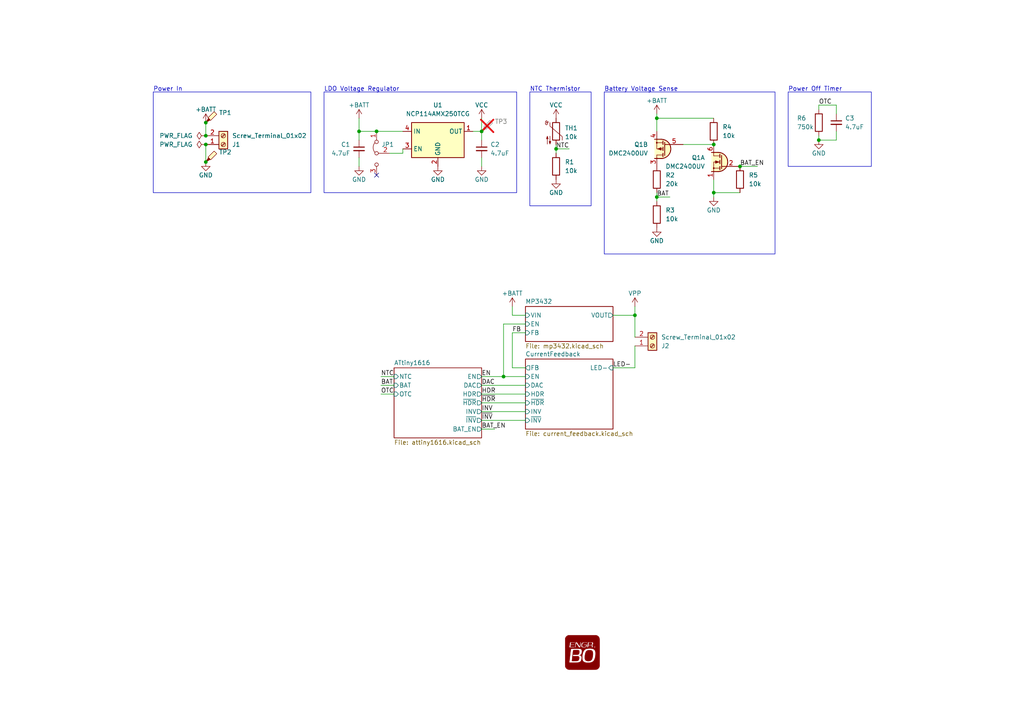
<source format=kicad_sch>
(kicad_sch (version 20231120) (generator "eeschema") (generator_version "8.0")
  (paper "A4")
  (title_block (title "Boost Driver Dev. Board") (rev "A") (company "Engineer Bo (https://www.youtube.com/@engineerbo)"))
  (lib_symbols
    (symbol "Connector:Screw_Terminal_01x02" (pin_names (offset 1.016) hide)
      (property "Reference" "J" (at 0 2.54 0))
      (property "Value" "Screw_Terminal_01x02" (at 0 -5.08 0))
      (symbol "Screw_Terminal_01x02_1_1"
        (rectangle (start -1.27 1.27) (end 1.27 -3.81) (stroke (width 0.254)) (fill (type background)))
        (circle (center 0 -2.54) (radius 0.635) (stroke (width 0.1524)))
        (polyline (pts (xy -0.5334 -2.2098) (xy 0.3302 -3.048)) (stroke (width 0.1524)))
        (polyline (pts (xy -0.5334 0.3302) (xy 0.3302 -0.508)) (stroke (width 0.1524)))
        (polyline (pts (xy -0.3556 -2.032) (xy 0.508 -2.8702)) (stroke (width 0.1524)))
        (polyline (pts (xy -0.3556 0.508) (xy 0.508 -0.3302)) (stroke (width 0.1524)))
        (circle (center 0 0) (radius 0.635) (stroke (width 0.1524)))
        (pin passive line (at -5.08 0 0) (length 3.81) (name "Pin_1") (number "1"))
        (pin passive line (at -5.08 -2.54 0) (length 3.81) (name "Pin_2") (number "2"))
      )
    )
    (symbol "Connector:TestPoint_Probe" (pin_numbers hide) (pin_names (offset 0.762) hide)
      (property "Reference" "TP" (at 1.651 5.842 0))
      (property "Value" "TestPoint_Probe" (at 1.651 4.064 0))
      (symbol "TestPoint_Probe_0_1"
        (polyline (pts (xy 1.27 0.762) (xy 0 0) (xy 0.762 1.27) (xy 1.27 0.762)) (fill (type outline)))
        (polyline (pts (xy 1.397 0.635) (xy 0.635 1.397) (xy 2.413 3.175) (xy 3.175 2.413) (xy 1.397 0.635)) (fill (type background)))
      )
      (symbol "TestPoint_Probe_1_1"
        (pin passive line (at 0 0 90) (length 0) (name "1") (number "1"))
      )
    )
    (symbol "Device:C_Small" (pin_numbers hide) (pin_names (offset 0.254) hide)
      (property "Reference" "C" (at 0.254 1.778 0))
      (property "Value" "C_Small" (at 0.254 -2.032 0))
      (symbol "C_Small_0_1"
        (polyline (pts (xy -1.524 -0.508) (xy 1.524 -0.508)) (stroke (width 0.3302)))
        (polyline (pts (xy -1.524 0.508) (xy 1.524 0.508)) (stroke (width 0.3048)))
      )
      (symbol "C_Small_1_1"
        (pin passive line (at 0 2.54 270) (length 2.032) (name "~") (number "1"))
        (pin passive line (at 0 -2.54 90) (length 2.032) (name "~") (number "2"))
      )
    )
    (symbol "Device:R" (pin_numbers hide) (pin_names (offset 0))
      (property "Reference" "R" (at 2.032 0 90))
      (property "Value" "R" (at 0 0 90))
      (symbol "R_0_1"
        (rectangle (start -1.016 -2.54) (end 1.016 2.54) (stroke (width 0.254)))
      )
      (symbol "R_1_1"
        (pin passive line (at 0 3.81 270) (length 1.27) (name "~") (number "1"))
        (pin passive line (at 0 -3.81 90) (length 1.27) (name "~") (number "2"))
      )
    )
    (symbol "Device:Thermistor_NTC" (pin_numbers hide) (pin_names (offset 0))
      (property "Reference" "TH" (at -4.445 0 90))
      (property "Value" "Thermistor_NTC" (at 3.175 0 90))
      (symbol "Thermistor_NTC_0_1"
        (arc (start -3.048 2.159) (mid -3.0495 2.3143) (end -3.175 2.413))
        (arc (start -3.048 2.159) (mid -2.9736 1.9794) (end -2.794 1.905))
        (arc (start -3.048 2.794) (mid -2.9736 2.6144) (end -2.794 2.54))
        (arc (start -2.794 1.905) (mid -2.6144 1.9794) (end -2.54 2.159))
        (arc (start -2.794 2.54) (mid -2.4393 2.5587) (end -2.159 2.794))
        (arc (start -2.794 3.048) (mid -2.9736 2.9736) (end -3.048 2.794))
        (arc (start -2.54 2.794) (mid -2.6144 2.9736) (end -2.794 3.048))
        (rectangle (start -1.016 2.54) (end 1.016 -2.54) (stroke (width 0.254)))
        (polyline (pts (xy -2.54 2.159) (xy -2.54 2.794)))
        (polyline (pts (xy -1.778 2.54) (xy -1.778 1.524) (xy 1.778 -1.524) (xy 1.778 -2.54)))
        (polyline (pts (xy -2.54 -3.683) (xy -2.54 -1.397) (xy -2.794 -2.159) (xy -2.286 -2.159) (xy -2.54 -1.397) (xy -2.54 -1.651)) (fill (type outline)))
        (polyline (pts (xy -1.778 -1.397) (xy -1.778 -3.683) (xy -2.032 -2.921) (xy -1.524 -2.921) (xy -1.778 -3.683) (xy -1.778 -3.429)) (fill (type outline)))
      )
      (symbol "Thermistor_NTC_1_1"
        (pin passive line (at 0 3.81 270) (length 1.27) (name "~") (number "1"))
        (pin passive line (at 0 -3.81 90) (length 1.27) (name "~") (number "2"))
      )
    )
    (symbol "Engineer_Bo_Logo:LOGO" (pin_names (offset 1.016))
      (symbol "LOGO_0_0"
        (polyline (pts (xy 2.2597 2.195) (xy 2.3587 2.1967) (xy 2.4504 2.2001) (xy 2.5291 2.2051) (xy 2.5892 2.2117) (xy 2.625 2.22) (xy 2.6289 2.2216) (xy 2.7049 2.2726) (xy 2.7601 2.3493) (xy 2.7938 2.4503) (xy 2.8052 2.5742) (xy 2.8049 2.604) (xy 2.7999 2.6533) (xy 2.7856 2.6877) (xy 2.7577 2.7203) (xy 2.7476 2.7301) (xy 2.7202 2.7507) (xy 2.6866 2.764) (xy 2.6377 2.7729) (xy 2.5641 2.7801) (xy 2.4777 2.7855) (xy 2.3755 2.7884) (xy 2.2707 2.7884) (xy 2.1693 2.7859) (xy 2.0775 2.7809) (xy 2.0012 2.7738) (xy 1.9466 2.7649) (xy 1.9196 2.7543) (xy 1.9159 2.7476) (xy 1.9051 2.712) (xy 1.8915 2.6533) (xy 1.8766 2.5787) (xy 1.8615 2.4956) (xy 1.8475 2.411) (xy 1.8359 2.3323) (xy 1.8281 2.2665) (xy 1.8252 2.2209) (xy 1.8266 2.2183) (xy 1.8514 2.2104) (xy 1.9027 2.2041) (xy 1.9748 2.1994) (xy 2.0621 2.1963) (xy 2.1589 2.1949) (xy 2.2597 2.195)) (stroke (width 0.01)) (fill (type outline)))
        (polyline (pts (xy 1.8934 -2.5055) (xy 2.0761 -2.4815) (xy 2.2415 -2.442) (xy 2.3828 -2.3879) (xy 2.4511 -2.3468) (xy 2.5374 -2.2774) (xy 2.6229 -2.1928) (xy 2.6995 -2.1013) (xy 2.7588 -2.0111) (xy 2.7661 -1.9978) (xy 2.8355 -1.8466) (xy 2.8979 -1.668) (xy 2.9524 -1.4674) (xy 2.9979 -1.2501) (xy 3.0334 -1.0214) (xy 3.058 -0.7868) (xy 3.0706 -0.5516) (xy 3.0704 -0.3211) (xy 3.069 -0.2823) (xy 3.0573 -0.1069) (xy 3.0365 0.0408) (xy 3.0053 0.1653) (xy 2.9624 0.2711) (xy 2.9064 0.3626) (xy 2.8358 0.4443) (xy 2.8024 0.4756) (xy 2.7154 0.5392) (xy 2.6151 0.588) (xy 2.4978 0.623) (xy 2.3595 0.6451) (xy 2.1965 0.6553) (xy 2.0051 0.6547) (xy 1.9403 0.6525) (xy 1.7987 0.6446) (xy 1.69 0.6334) (xy 1.6139 0.6186) (xy 1.511 0.5854) (xy 1.3698 0.5195) (xy 1.2455 0.4333) (xy 1.1369 0.3251) (xy 1.0428 0.1932) (xy 0.962 0.0356) (xy 0.8933 -0.1493) (xy 0.8354 -0.3634) (xy 0.7873 -0.6084) (xy 0.7733 -0.6969) (xy 0.7462 -0.9035) (xy 0.7269 -1.1082) (xy 0.7154 -1.3059) (xy 0.7119 -1.4914) (xy 0.7166 -1.6596) (xy 0.7295 -1.8054) (xy 0.7509 -1.9236) (xy 0.7806 -2.0235) (xy 0.8416 -2.159) (xy 0.9221 -2.27) (xy 1.0241 -2.3581) (xy 1.1495 -2.4249) (xy 1.3004 -2.472) (xy 1.4787 -2.5009) (xy 1.503 -2.5034) (xy 1.7001 -2.513) (xy 1.8934 -2.5055)) (stroke (width 0.01)) (fill (type outline)))
        (polyline (pts (xy -2.4234 -2.4981) (xy -2.267 -2.497) (xy -2.1022 -2.4955) (xy -1.9335 -2.4934) (xy -1.7926 -2.4908) (xy -1.6761 -2.4873) (xy -1.5808 -2.4824) (xy -1.5034 -2.4759) (xy -1.4406 -2.4673) (xy -1.3891 -2.4563) (xy -1.3456 -2.4425) (xy -1.3069 -2.4256) (xy -1.2696 -2.4051) (xy -1.2304 -2.3808) (xy -1.1932 -2.3535) (xy -1.1122 -2.2673) (xy -1.0443 -2.1552) (xy -0.991 -2.0213) (xy -0.9537 -1.8698) (xy -0.9339 -1.7052) (xy -0.9331 -1.5315) (xy -0.9388 -1.4587) (xy -0.9566 -1.3562) (xy -0.987 -1.2777) (xy -1.0322 -1.2177) (xy -1.0949 -1.1707) (xy -1.1223 -1.1554) (xy -1.1602 -1.1373) (xy -1.2013 -1.1224) (xy -1.2492 -1.1105) (xy -1.3071 -1.1011) (xy -1.3784 -1.094) (xy -1.4666 -1.0889) (xy -1.5751 -1.0855) (xy -1.7071 -1.0834) (xy -1.8662 -1.0823) (xy -2.0557 -1.0819) (xy -2.1726 -1.0818) (xy -2.3226 -1.0814) (xy -2.4439 -1.0807) (xy -2.5395 -1.0794) (xy -2.6124 -1.0776) (xy -2.6658 -1.075) (xy -2.7026 -1.0715) (xy -2.7259 -1.0671) (xy -2.7388 -1.0616) (xy -2.7444 -1.0549) (xy -2.7454 -1.0518) (xy -2.7513 -1.0124) (xy -2.754 -0.9511) (xy -2.7537 -0.878) (xy -2.7503 -0.8034) (xy -2.7439 -0.7375) (xy -2.7331 -0.6591) (xy -2.0772 -0.6591) (xy -1.9745 -0.659) (xy -1.7953 -0.6582) (xy -1.645 -0.6561) (xy -1.5203 -0.6522) (xy -1.4181 -0.6458) (xy -1.335 -0.6366) (xy -1.2679 -0.6238) (xy -1.2134 -0.6071) (xy -1.1684 -0.5858) (xy -1.1295 -0.5594) (xy -1.0936 -0.5273) (xy -1.0573 -0.4891) (xy -1.0204 -0.4434) (xy -0.9516 -0.3217) (xy -0.902 -0.1744) (xy -0.8721 -0.0034) (xy -0.8624 0.1894) (xy -0.8629 0.227) (xy -0.8736 0.3535) (xy -0.8991 0.4543) (xy -0.9407 0.5337) (xy -1 0.596) (xy -1.0122 0.6056) (xy -1.0437 0.627) (xy -1.0786 0.6447) (xy -1.1202 0.6588) (xy -1.172 0.6699) (xy -1.2372 0.6783) (xy -1.3193 0.6844) (xy -1.4217 0.6885) (xy -1.5477 0.6909) (xy -1.7008 0.6922) (xy -1.8843 0.6926) (xy -1.893 0.6926) (xy -2.0655 0.6925) (xy -2.2076 0.6918) (xy -2.3226 0.6899) (xy -2.4138 0.6864) (xy -2.4844 0.6808) (xy -2.5376 0.6726) (xy -2.5768 0.6612) (xy -2.6052 0.6462) (xy -2.626 0.6271) (xy -2.6426 0.6034) (xy -2.6581 0.5746) (xy -2.6633 0.5604) (xy -2.6708 0.5293) (xy -2.6797 0.4815) (xy -2.6903 0.4153) (xy -2.7028 0.3289) (xy -2.7175 0.2208) (xy -2.7345 0.0892) (xy -2.754 -0.0676) (xy -2.7763 -0.2513) (xy -2.8017 -0.4634) (xy -2.8303 -0.7059) (xy -2.8623 -0.9802) (xy -2.8868 -1.192) (xy -2.9112 -1.4042) (xy -2.9341 -1.6044) (xy -2.9551 -1.7904) (xy -2.974 -1.9597) (xy -2.9906 -2.1098) (xy -3.0045 -2.2385) (xy -3.0156 -2.3432) (xy -3.0235 -2.4216) (xy -3.028 -2.4712) (xy -3.0289 -2.4897) (xy -3.0183 -2.4918) (xy -2.9771 -2.4942) (xy -2.9082 -2.4961) (xy -2.8149 -2.4974) (xy -2.7008 -2.4982) (xy -2.5691 -2.4985) (xy -2.4234 -2.4981)) (stroke (width 0.01)) (fill (type outline)))
        (polyline (pts (xy -0.3412 -4.9963) (xy 0.0507 -4.9962) (xy 0.2284 -4.9961) (xy 0.6512 -4.9959) (xy 1.042 -4.9957) (xy 1.4022 -4.9956) (xy 1.733 -4.9955) (xy 2.0359 -4.9952) (xy 2.3121 -4.9949) (xy 2.563 -4.9944) (xy 2.7898 -4.9938) (xy 2.994 -4.9929) (xy 3.1767 -4.9917) (xy 3.3394 -4.9902) (xy 3.4833 -4.9884) (xy 3.6099 -4.9862) (xy 3.7203 -4.9836) (xy 3.8159 -4.9804) (xy 3.8981 -4.9768) (xy 3.9681 -4.9726) (xy 4.0273 -4.9678) (xy 4.0771 -4.9624) (xy 4.1186 -4.9563) (xy 4.1533 -4.9495) (xy 4.1824 -4.9419) (xy 4.2074 -4.9336) (xy 4.2294 -4.9244) (xy 4.2499 -4.9143) (xy 4.2701 -4.9033) (xy 4.2914 -4.8913) (xy 4.315 -4.8784) (xy 4.3424 -4.8644) (xy 4.3441 -4.8636) (xy 4.4201 -4.8229) (xy 4.4866 -4.7787) (xy 4.5536 -4.7233) (xy 4.6314 -4.6491) (xy 4.7242 -4.5495) (xy 4.8192 -4.4223) (xy 4.8927 -4.2865) (xy 4.951 -4.1322) (xy 4.9938 -3.9968) (xy 4.9988 -0.093) (xy 4.9991 0.108) (xy 4.9996 0.5638) (xy 4.9999 0.9869) (xy 5.0001 1.3782) (xy 5.0001 1.7383) (xy 5 2.0681) (xy 4.9997 2.3683) (xy 4.9992 2.6398) (xy 4.9986 2.8833) (xy 4.9978 3.0995) (xy 4.9968 3.2894) (xy 4.9957 3.4536) (xy 4.9943 3.593) (xy 4.9928 3.7083) (xy 4.9911 3.8003) (xy 4.9892 3.8698) (xy 4.9871 3.9176) (xy 4.9849 3.9444) (xy 4.9494 4.1138) (xy 4.8802 4.3012) (xy 4.7832 4.471) (xy 4.6599 4.6214) (xy 4.5119 4.7505) (xy 4.3406 4.8565) (xy 4.1477 4.9377) (xy 4.0306 4.9769) (xy 0 4.9769) (xy -4.0305 4.9769) (xy -4.1679 4.9303) (xy -4.2842 4.884) (xy -4.4562 4.7867) (xy -4.6101 4.6629) (xy -4.7433 4.515) (xy -4.8533 4.3456) (xy -4.9376 4.1573) (xy -4.9769 4.0474) (xy -4.98 1.4364) (xy -3.803 1.4364) (xy -3.7944 1.4745) (xy -3.7934 1.4801) (xy -3.7876 1.5166) (xy -3.7781 1.5813) (xy -3.7653 1.6705) (xy -3.7497 1.7804) (xy -3.7319 1.9073) (xy -3.7124 2.0474) (xy -3.6917 2.1969) (xy -3.6749 2.3179) (xy -3.6508 2.485) (xy -3.6292 2.6279) (xy -3.6102 2.7446) (xy -3.5943 2.8333) (xy -3.5818 2.8922) (xy -3.5729 2.9194) (xy -3.5481 2.9574) (xy -2.8196 2.9574) (xy -2.0911 2.9574) (xy -2.1016 2.894) (xy -2.1028 2.8867) (xy -2.1094 2.8371) (xy -2.1122 2.8011) (xy -2.1126 2.7972) (xy -2.1169 2.79) (xy -2.1286 2.7843) (xy -2.151 2.7799) (xy -2.1874 2.7767) (xy -2.2412 2.7744) (xy -2.3156 2.7729) (xy -2.4139 2.772) (xy -2.5394 2.7716) (xy -2.6955 2.7715) (xy -2.8087 2.7713) (xy -2.9363 2.7704) (xy -3.0493 2.7689) (xy -3.1439 2.7669) (xy -3.2163 2.7645) (xy -3.2626 2.7618) (xy -3.2789 2.7588) (xy -3.279 2.7585) (xy -3.2817 2.7359) (xy -3.2885 2.6873) (xy -3.2982 2.6194) (xy -3.3099 2.5391) (xy -3.3108 2.533) (xy -3.3216 2.454) (xy -3.3292 2.3883) (xy -3.3329 2.3427) (xy -3.332 2.3237) (xy -3.3276 2.3227) (xy -3.2953 2.3207) (xy -3.2352 2.3189) (xy -3.1515 2.3174) (xy -3.0484 2.3162) (xy -2.93 2.3155) (xy -2.8004 2.3152) (xy -2.2772 2.3152) (xy -2.2878 2.2624) (xy -2.295 2.2173) (xy -2.2983 2.1779) (xy -2.2984 2.1752) (xy -2.3009 2.1669) (xy -2.3094 2.1604) (xy -2.3274 2.1554) (xy -2.3585 2.1517) (xy -2.406 2.1492) (xy -2.4734 2.1476) (xy -2.5642 2.1467) (xy -2.6819 2.1463) (xy -2.8299 2.1462) (xy -3.3615 2.1462) (xy -3.3709 2.0913) (xy -3.3777 2.0501) (xy -3.3892 1.9755) (xy -3.4011 1.8936) (xy -3.4124 1.8126) (xy -3.4217 1.7406) (xy -3.4282 1.6858) (xy -3.4306 1.6563) (xy -3.4299 1.6477) (xy -3.4254 1.6403) (xy -3.4138 1.6345) (xy -3.3918 1.6301) (xy -3.3561 1.6269) (xy -3.3032 1.6247) (xy -3.2299 1.6234) (xy -3.1328 1.6227) (xy -3.0086 1.6224) (xy -2.8539 1.6223) (xy -2.2772 1.6223) (xy -2.2878 1.5695) (xy -2.2949 1.5231) (xy -2.2983 1.4766) (xy -2.2983 1.4595) (xy -2.18 1.4595) (xy -2.1771 1.4846) (xy -2.1702 1.5384) (xy -2.1598 1.6164) (xy -2.1465 1.7143) (xy -2.131 1.8278) (xy -2.1138 1.9526) (xy -2.0955 2.0843) (xy -2.0768 2.2186) (xy -2.0582 2.3513) (xy -2.0403 2.4779) (xy -2.0238 2.5941) (xy -2.0093 2.6957) (xy -1.9973 2.7783) (xy -1.9885 2.8375) (xy -1.9834 2.8691) (xy -1.9831 2.8706) (xy -1.9666 2.9139) (xy -1.9415 2.9415) (xy -1.9209 2.9468) (xy -1.8709 2.9517) (xy -1.802 2.9542) (xy -1.7226 2.9537) (xy -1.5354 2.949) (xy -1.1582 2.3537) (xy -1.1132 2.2828) (xy -1.0285 2.1495) (xy -0.9594 2.0415) (xy -0.9042 1.9565) (xy -0.8613 1.8922) (xy -0.8292 1.8463) (xy -0.806 1.8165) (xy -0.7903 1.8005) (xy -0.7804 1.7962) (xy -0.7746 1.8011) (xy -0.7713 1.8129) (xy -0.7707 1.8167) (xy -0.765 1.8535) (xy -0.7556 1.918) (xy -0.7431 2.0054) (xy -0.7281 2.111) (xy -0.7114 2.2299) (xy -0.6936 2.3575) (xy -0.6898 2.3845) (xy -0.6722 2.5106) (xy -0.6558 2.6273) (xy -0.6414 2.7296) (xy -0.6295 2.8127) (xy -0.6208 2.8719) (xy -0.6162 2.9025) (xy -0.6068 2.9574) (xy -0.4893 2.9574) (xy -0.4852 2.9574) (xy -0.4279 2.9568) (xy -0.3873 2.9553) (xy -0.372 2.9532) (xy -0.373 2.9457) (xy -0.378 2.9086) (xy -0.387 2.8438) (xy -0.3993 2.7546) (xy -0.4146 2.6444) (xy -0.4323 2.5166) (xy -0.4519 2.3748) (xy -0.4731 2.2223) (xy -0.4771 2.1934) (xy -0.5012 2.0216) (xy -0.5087 1.9688) (xy -0.3573 1.9688) (xy -0.3534 2.086) (xy -0.3301 2.2747) (xy -0.2863 2.4438) (xy -0.2232 2.5908) (xy -0.1415 2.7134) (xy -0.0422 2.809) (xy 0.034 2.8589) (xy 0.1224 2.9001) (xy 0.2243 2.9312) (xy 0.3435 2.953) (xy 0.4841 2.9663) (xy 0.6499 2.9716) (xy 0.845 2.9698) (xy 0.8958 2.9684) (xy 1.0438 2.9624) (xy 1.1617 2.9532) (xy 1.2523 2.94) (xy 1.3183 2.9217) (xy 1.3626 2.8974) (xy 1.3879 2.8661) (xy 1.3971 2.8269) (xy 1.3929 2.7787) (xy 1.3873 2.7542) (xy 1.3744 2.7299) (xy 1.3541 2.73) (xy 1.35 2.7316) (xy 1.2944 2.7464) (xy 1.2126 2.7602) (xy 1.1115 2.7723) (xy 0.9979 2.7822) (xy 0.8786 2.789) (xy 0.7605 2.792) (xy 0.7463 2.7921) (xy 0.5781 2.7882) (xy 0.4389 2.7734) (xy 0.3251 2.7457) (xy 0.2332 2.7028) (xy 0.1597 2.6427) (xy 0.1012 2.5633) (xy 0.0541 2.4623) (xy 0.0149 2.3376) (xy -0.0037 2.2511) (xy -0.0176 2.1433) (xy -0.0237 2.0345) (xy -0.0216 1.933) (xy -0.0114 1.8475) (xy 0.0071 1.7862) (xy 0.0439 1.7296) (xy 0.1177 1.6651) (xy 0.2113 1.6241) (xy 0.2501 1.6164) (xy 0.3294 1.6088) (xy 0.4256 1.6054) (xy 0.5286 1.6063) (xy 0.6284 1.6112) (xy 0.715 1.6201) (xy 0.7785 1.6326) (xy 0.8389 1.6562) (xy 0.9208 1.7143) (xy 0.9841 1.7983) (xy 1.0297 1.9094) (xy 1.0585 2.0491) (xy 1.0693 2.1293) (xy 0.7459 2.1293) (xy 0.4225 2.1293) (xy 0.4225 2.1693) (xy 0.4328 2.2106) (xy 0.4575 2.2538) (xy 0.4926 2.2983) (xy 0.9406 2.2983) (xy 1.3887 2.2983) (xy 1.3778 2.2265) (xy 1.3605 2.1149) (xy 1.3438 2.0142) (xy 1.3291 1.9364) (xy 1.315 1.8758) (xy 1.3002 1.8269) (xy 1.2834 1.784) (xy 1.2632 1.7414) (xy 1.2311 1.6859) (xy 1.1535 1.5953) (xy 1.053 1.5246) (xy 0.9272 1.4723) (xy 0.8551 1.4557) (xy 1.3858 1.4557) (xy 1.3879 1.4805) (xy 1.3946 1.535) (xy 1.4051 1.614) (xy 1.4187 1.7131) (xy 1.4349 1.8279) (xy 1.453 1.9538) (xy 1.4722 2.0864) (xy 1.492 2.2213) (xy 1.5117 2.354) (xy 1.5307 2.48) (xy 1.5482 2.5948) (xy 1.5637 2.6941) (xy 1.5764 2.7732) (xy 1.5857 2.8278) (xy 1.5911 2.8534) (xy 1.5979 2.8722) (xy 1.6119 2.8963) (xy 1.6334 2.9152) (xy 1.666 2.9298) (xy 1.7137 2.9407) (xy 1.7801 2.9487) (xy 1.869 2.9545) (xy 1.9841 2.9591) (xy 2.1294 2.963) (xy 2.2179 2.9649) (xy 2.4329 2.967) (xy 2.6163 2.9648) (xy 2.7676 2.9584) (xy 2.8865 2.9476) (xy 2.9727 2.9327) (xy 3.0257 2.9135) (xy 3.0484 2.8995) (xy 3.0995 2.8573) (xy 3.1311 2.8067) (xy 3.1471 2.7396) (xy 3.1514 2.6478) (xy 3.1513 2.638) (xy 3.1388 2.4972) (xy 3.1062 2.3759) (xy 3.0547 2.2769) (xy 2.9858 2.2028) (xy 2.9008 2.1564) (xy 2.8358 2.1342) (xy 2.9093 2.1244) (xy 2.9367 2.1191) (xy 3.0027 2.0876) (xy 3.0443 2.0347) (xy 3.0585 1.9636) (xy 3.0577 1.9432) (xy 3.0527 1.8858) (xy 3.0443 1.8118) (xy 3.0337 1.7322) (xy 3.0277 1.6892) (xy 3.0181 1.611) (xy 3.0117 1.5479) (xy 3.3804 1.5479) (xy 3.3845 1.5988) (xy 3.3965 1.6386) (xy 3.3978 1.6409) (xy 3.4323 1.67) (xy 3.4896 1.6918) (xy 3.5596 1.7048) (xy 3.6326 1.7081) (xy 3.6987 1.7004) (xy 3.7479 1.6805) (xy 3.756 1.6738) (xy 3.778 1.6319) (xy 3.782 1.5772) (xy 3.7698 1.5207) (xy 3.7436 1.4737) (xy 3.7054 1.4473) (xy 3.6927 1.444) (xy 3.6127 1.4315) (xy 3.5294 1.4303) (xy 3.4547 1.4398) (xy 3.4005 1.4595) (xy 3.3948 1.4655) (xy 3.3839 1.4991) (xy 3.3804 1.5479) (xy 3.0117 1.5479) (xy 3.0113 1.5442) (xy 3.0087 1.4998) (xy 3.0081 1.4364) (xy 2.8603 1.4367) (xy 2.8334 1.437) (xy 2.7669 1.4399) (xy 2.7155 1.4452) (xy 2.6885 1.4521) (xy 2.6802 1.4595) (xy 2.671 1.4801) (xy 2.6679 1.5152) (xy 2.6707 1.5694) (xy 2.6797 1.6475) (xy 2.695 1.7542) (xy 2.6973 1.77) (xy 2.7082 1.8574) (xy 2.7103 1.9191) (xy 2.7026 1.9611) (xy 2.6842 1.9895) (xy 2.654 2.0106) (xy 2.6495 2.0123) (xy 2.6132 2.0176) (xy 2.5475 2.0219) (xy 2.4559 2.0252) (xy 2.3418 2.0272) (xy 2.2087 2.0279) (xy 1.7957 2.0279) (xy 1.7861 1.9646) (xy 1.7853 1.9591) (xy 1.7789 1.9133) (xy 1.7695 1.8441) (xy 1.7583 1.7598) (xy 1.7463 1.6688) (xy 1.7161 1.4364) (xy 1.5509 1.4364) (xy 1.5256 1.4366) (xy 1.4472 1.4392) (xy 1.4009 1.4456) (xy 1.3858 1.4557) (xy 0.8551 1.4557) (xy 0.7738 1.437) (xy 0.7158 1.4302) (xy 0.6233 1.4245) (xy 0.5147 1.4216) (xy 0.3982 1.4214) (xy 0.2821 1.4237) (xy 0.1748 1.4286) (xy 0.0845 1.4359) (xy 0.0197 1.4455) (xy 0.0118 1.4472) (xy -0.1091 1.4849) (xy -0.2038 1.5387) (xy -0.274 1.6114) (xy -0.3218 1.7056) (xy -0.3489 1.8239) (xy -0.3573 1.9688) (xy -0.5087 1.9688) (xy -0.5213 1.8799) (xy -0.5382 1.7652) (xy -0.5524 1.6745) (xy -0.5643 1.6048) (xy -0.5746 1.5531) (xy -0.5837 1.5164) (xy -0.5923 1.4916) (xy -0.6009 1.4758) (xy -0.61 1.466) (xy -0.6175 1.4604) (xy -0.6435 1.4485) (xy -0.6823 1.4412) (xy -0.7411 1.4375) (xy -0.8266 1.4364) (xy -1.0073 1.4364) (xy -1.3528 1.9799) (xy -1.359 1.9896) (xy -1.4379 2.1139) (xy -1.5122 2.2314) (xy -1.5796 2.3385) (xy -1.6379 2.4316) (xy -1.6849 2.507) (xy -1.7181 2.5612) (xy -1.7355 2.5905) (xy -1.7489 2.6144) (xy -1.7658 2.6398) (xy -1.7749 2.6397) (xy -1.7815 2.6175) (xy -1.7852 2.5951) (xy -1.7928 2.544) (xy -1.8036 2.4692) (xy -1.8169 2.3756) (xy -1.8321 2.2678) (xy -1.8484 2.1506) (xy -1.8653 2.0288) (xy -1.8821 1.9072) (xy -1.8981 1.7905) (xy -1.9127 1.6834) (xy -1.9251 1.5908) (xy -1.9349 1.5173) (xy -1.9412 1.4678) (xy -1.9434 1.447) (xy -1.9435 1.4466) (xy -1.9612 1.4415) (xy -2.0034 1.4378) (xy -2.0617 1.4364) (xy -2.0698 1.4365) (xy -2.1339 1.4389) (xy -2.1692 1.446) (xy -2.18 1.4585) (xy -2.18 1.4595) (xy -2.2983 1.4595) (xy -2.2983 1.4364) (xy -3.0507 1.4364) (xy -3.803 1.4364) (xy -4.98 1.4364) (xy -4.9816 0.0507) (xy -4.9818 -0.1494) (xy -4.9824 -0.5764) (xy -4.9829 -0.9715) (xy -4.9834 -1.336) (xy -4.9838 -1.6712) (xy -4.9841 -1.9783) (xy -4.9842 -2.2588) (xy -4.9841 -2.5139) (xy -4.9838 -2.745) (xy -4.9833 -2.9314) (xy -3.8024 -2.9314) (xy -3.8021 -2.9257) (xy -3.7986 -2.8893) (xy -3.7916 -2.8232) (xy -3.7813 -2.7301) (xy -3.7682 -2.6126) (xy -3.7524 -2.4732) (xy -3.7344 -2.3148) (xy -3.7143 -2.1398) (xy -3.6925 -1.9509) (xy -3.6694 -1.7508) (xy -3.6452 -1.5421) (xy -3.6203 -1.3274) (xy -3.5948 -1.1094) (xy -3.5693 -0.8907) (xy -3.5439 -0.674) (xy -3.5189 -0.4618) (xy -3.4948 -0.2569) (xy -3.4717 -0.0618) (xy -3.45 0.1209) (xy -3.43 0.2883) (xy -3.4121 0.4381) (xy -3.3964 0.5674) (xy -3.3834 0.6737) (xy -3.3733 0.7544) (xy -3.3664 0.8067) (xy -3.3631 0.8281) (xy -3.3307 0.911) (xy -3.2749 0.9849) (xy -3.1978 1.0355) (xy -3.1859 1.0407) (xy -3.1599 1.0503) (xy -3.1299 1.058) (xy -3.0917 1.0641) (xy -3.041 1.069) (xy -2.9735 1.073) (xy -2.885 1.0765) (xy -2.7712 1.08) (xy -2.6279 1.0836) (xy -2.4904 1.0868) (xy -2.1776 1.093) (xy -1.8961 1.0966) (xy -1.6443 1.0977) (xy -1.4205 1.0961) (xy -1.223 1.0918) (xy -1.0501 1.0847) (xy -0.9003 1.0748) (xy -0.7717 1.0618) (xy -0.6627 1.0458) (xy -0.5716 1.0267) (xy -0.4968 1.0044) (xy -0.4366 0.9788) (xy -0.407 0.9624) (xy -0.3038 0.882) (xy -0.2218 0.7768) (xy -0.1617 0.6485) (xy -0.1241 0.4987) (xy -0.1097 0.3291) (xy -0.119 0.1415) (xy -0.1403 -0.0105) (xy -0.1834 -0.1989) (xy -0.2426 -0.3608) (xy -0.319 -0.4984) (xy -0.4134 -0.614) (xy -0.4753 -0.6685) (xy -0.5655 -0.7297) (xy -0.6596 -0.7777) (xy -0.7456 -0.8057) (xy -0.779 -0.8173) (xy -0.7827 -0.8302) (xy -0.7593 -0.8407) (xy -0.7118 -0.845) (xy -0.6614 -0.8473) (xy -0.5409 -0.8744) (xy -0.4356 -0.9307) (xy -0.3473 -1.0146) (xy -0.2777 -1.1248) (xy -0.2287 -1.2596) (xy -0.2216 -1.2904) (xy -0.2055 -1.4159) (xy -0.2026 -1.5621) (xy -0.206 -1.6214) (xy -0.0319 -1.6214) (xy -0.0317 -1.4759) (xy -0.0282 -1.322) (xy -0.0216 -1.1671) (xy -0.0122 -1.0183) (xy -0.0002 -0.883) (xy 0.0143 -0.7684) (xy 0.0359 -0.6361) (xy 0.0897 -0.3648) (xy 0.1523 -0.1231) (xy 0.2247 0.0913) (xy 0.3079 0.2808) (xy 0.4029 0.4475) (xy 0.5105 0.5939) (xy 0.6317 0.7222) (xy 0.6674 0.7546) (xy 0.7913 0.8511) (xy 0.9262 0.9321) (xy 1.0751 0.9984) (xy 1.2412 1.0508) (xy 1.4275 1.0903) (xy 1.6369 1.1176) (xy 1.8727 1.1336) (xy 2.1378 1.1391) (xy 2.2653 1.1384) (xy 2.4557 1.1329) (xy 2.6211 1.1214) (xy 2.767 1.1033) (xy 2.8985 1.0781) (xy 3.021 1.0452) (xy 3.1335 1.0055) (xy 3.304 0.9214) (xy 3.4485 0.8159) (xy 3.5678 0.6884) (xy 3.6624 0.5382) (xy 3.7331 0.3648) (xy 3.7564 0.2868) (xy 3.7806 0.1869) (xy 3.7983 0.0842) (xy 3.8099 -0.0273) (xy 3.816 -0.1538) (xy 3.8174 -0.3017) (xy 3.8145 -0.4769) (xy 3.8125 -0.5435) (xy 3.7916 -0.8794) (xy 3.7535 -1.1923) (xy 3.6986 -1.4814) (xy 3.6273 -1.7456) (xy 3.5398 -1.984) (xy 3.4364 -2.1957) (xy 3.3177 -2.3797) (xy 3.1838 -2.535) (xy 3.0351 -2.6607) (xy 3.0346 -2.6611) (xy 2.9091 -2.742) (xy 2.7803 -2.8078) (xy 2.6407 -2.8612) (xy 2.4825 -2.9053) (xy 2.2983 -2.9428) (xy 2.2959 -2.9433) (xy 2.2079 -2.9568) (xy 2.1136 -2.967) (xy 2.006 -2.9745) (xy 1.8783 -2.9797) (xy 1.7238 -2.9831) (xy 1.6559 -2.984) (xy 1.4995 -2.9845) (xy 1.3671 -2.9819) (xy 1.2519 -2.9758) (xy 1.1469 -2.9657) (xy 1.0452 -2.9511) (xy 0.9399 -2.9317) (xy 0.7471 -2.8821) (xy 0.5649 -2.8094) (xy 0.4085 -2.7157) (xy 0.2771 -2.6001) (xy 0.1698 -2.4614) (xy 0.0855 -2.2988) (xy 0.0234 -2.1112) (xy -0.0175 -1.8975) (xy -0.0219 -1.858) (xy -0.0288 -1.7512) (xy -0.0319 -1.6214) (xy -0.206 -1.6214) (xy -0.2118 -1.7215) (xy -0.2321 -1.8865) (xy -0.2622 -2.0494) (xy -0.3012 -2.2028) (xy -0.3479 -2.339) (xy -0.4012 -2.4504) (xy -0.419 -2.4794) (xy -0.5155 -2.6013) (xy -0.6348 -2.7072) (xy -0.7681 -2.7892) (xy -0.873 -2.836) (xy -0.9814 -2.8728) (xy -1.1006 -2.9011) (xy -1.2421 -2.9241) (xy -1.2581 -2.9259) (xy -1.3159 -2.9298) (xy -1.4001 -2.9334) (xy -1.5073 -2.9366) (xy -1.6345 -2.9395) (xy -1.7785 -2.9421) (xy -1.9361 -2.9442) (xy -2.1041 -2.946) (xy -2.2795 -2.9475) (xy -2.459 -2.9485) (xy -2.6395 -2.9491) (xy -2.8177 -2.9493) (xy -2.9907 -2.9491) (xy -3.1551 -2.9485) (xy -3.3079 -2.9475) (xy -3.4458 -2.9459) (xy -3.5657 -2.944) (xy -3.6645 -2.9415) (xy -3.739 -2.9386) (xy -3.786 -2.9353) (xy -3.8024 -2.9314) (xy -4.9833 -2.9314) (xy -4.9832 -2.9532) (xy -4.9823 -3.14) (xy -4.981 -3.3067) (xy -4.9793 -3.4544) (xy -4.9772 -3.5847) (xy -4.9746 -3.6987) (xy -4.9716 -3.7978) (xy -4.9679 -3.8832) (xy -4.9637 -3.9564) (xy -4.9589 -4.0185) (xy -4.9534 -4.0709) (xy -4.9473 -4.1149) (xy -4.9403 -4.1518) (xy -4.9327 -4.1829) (xy -4.9242 -4.2096) (xy -4.9149 -4.233) (xy -4.9046 -4.2546) (xy -4.8935 -4.2757) (xy -4.8814 -4.2975) (xy -4.8683 -4.3213) (xy -4.8542 -4.3485) (xy -4.814 -4.424) (xy -4.7678 -4.4956) (xy -4.7127 -4.5631) (xy -4.6398 -4.6389) (xy -4.5962 -4.6804) (xy -4.5267 -4.7414) (xy -4.4605 -4.7941) (xy -4.4077 -4.8303) (xy -4.355 -4.8587) (xy -4.2346 -4.9116) (xy -4.1061 -4.9552) (xy -3.9862 -4.9833) (xy -3.9845 -4.9836) (xy -3.9536 -4.9851) (xy -3.8904 -4.9865) (xy -3.7962 -4.9878) (xy -3.6723 -4.9891) (xy -3.52 -4.9903) (xy -3.3406 -4.9913) (xy -3.1354 -4.9923) (xy -2.9056 -4.9932) (xy -2.6527 -4.994) (xy -2.3778 -4.9947) (xy -2.0824 -4.9953) (xy -1.7676 -4.9957) (xy -1.4348 -4.9961) (xy -1.0852 -4.9963) (xy -0.7203 -4.9964) (xy -0.3412 -4.9963)) (stroke (width 0.01)) (fill (type outline)))
      )
    )
    (symbol "Jumper:Jumper_3_Bridged12" (pin_names (offset 0) hide)
      (property "Reference" "JP" (at -2.54 -2.54 0))
      (property "Value" "Jumper_3_Bridged12" (at 0 2.794 0))
      (symbol "Jumper_3_Bridged12_0_0"
        (circle (center -3.302 0) (radius 0.508))
        (circle (center 0 0) (radius 0.508))
        (circle (center 3.302 0) (radius 0.508))
      )
      (symbol "Jumper_3_Bridged12_0_1"
        (arc (start -0.254 0.508) (mid -1.651 0.9912) (end -3.048 0.508))
        (polyline (pts (xy 0 -1.27) (xy 0 -0.508)))
      )
      (symbol "Jumper_3_Bridged12_1_1"
        (pin passive line (at -6.35 0 0) (length 2.54) (name "A") (number "1"))
        (pin passive line (at 0 -3.81 90) (length 2.54) (name "C") (number "2"))
        (pin passive line (at 6.35 0 180) (length 2.54) (name "B") (number "3"))
      )
    )
    (symbol "Regulator_Linear:NCP115AMX250TCG"
      (property "Reference" "U" (at 2.54 10.16 0))
      (property "Value" "NCP115AMX250TCG" (at 10.16 7.62 0))
      (symbol "NCP115AMX250TCG_0_1"
        (rectangle (start -7.62 5.08) (end 7.62 -5.08) (stroke (width 0.254)) (fill (type background)))
      )
      (symbol "NCP115AMX250TCG_1_1"
        (pin power_out line (at 10.16 2.54 180) (length 2.54) (name "OUT") (number "1"))
        (pin power_in line (at 0 -7.62 90) (length 2.54) (name "GND") (number "2"))
        (pin input line (at -10.16 -2.54 0) (length 2.54) (name "EN") (number "3"))
        (pin power_in line (at -10.16 2.54 0) (length 2.54) (name "IN") (number "4"))
        (pin passive line (at 0 -7.62 90) (length 2.54) hide (name "GND") (number "5"))
      )
    )
    (symbol "Transistor_MOSFET_AKL:DMC2400UV" (pin_names (offset 1.016) hide)
      (property "Reference" "Q" (at 3.81 1.27 0))
      (property "Value" "DMC2400UV" (at 3.81 -1.27 0))
      (symbol "DMC2400UV_1_1"
        (polyline (pts (xy -1.016 1.905) (xy -1.016 -1.905)) (stroke (width 0.254)))
        (polyline (pts (xy -0.508 -1.778) (xy 1.27 -1.778)))
        (polyline (pts (xy -0.508 -1.27) (xy -0.508 -2.286)) (stroke (width 0.254)))
        (polyline (pts (xy -0.508 0.508) (xy -0.508 -0.508)) (stroke (width 0.254)))
        (polyline (pts (xy -0.508 2.286) (xy -0.508 1.27)) (stroke (width 0.254)))
        (polyline (pts (xy 0 -2.794) (xy 1.905 -2.794)) (stroke (width 0.254)))
        (polyline (pts (xy 0 2.794) (xy 1.905 2.794)) (stroke (width 0.254)))
        (polyline (pts (xy 1.27 1.778) (xy -0.508 1.778)))
        (polyline (pts (xy 1.27 2.54) (xy 1.27 1.778)))
        (polyline (pts (xy 1.27 -2.54) (xy 1.27 0) (xy -0.508 0)))
        (polyline (pts (xy -0.254 0) (xy 0.762 0.381) (xy 0.762 -0.381) (xy -0.254 0)) (fill (type outline)))
        (polyline (pts (xy 1.905 -2.794) (xy -0.254 -2.794) (xy -1.397 -2.413) (xy -2.286 -1.651) (xy -2.667 -0.762) (xy -2.794 0.127) (xy -2.54 1.143) (xy -2.032 1.905) (xy -1.397 2.413) (xy -0.508 2.794) (xy 1.905 2.794)) (fill (type background)))
        (arc (start 0 2.794) (mid -2.7819 0) (end 0 -2.794) (stroke (width 0.254)))
        (circle (center 1.27 -1.778) (radius 0.1778) (fill (type outline)))
        (pin passive line (at 1.27 -5.08 90) (length 2.54) (name "S1") (number "1"))
        (pin input line (at -6.35 -1.27 0) (length 5.207) (name "G1") (number "2"))
        (pin passive line (at 1.27 5.08 270) (length 2.54) (name "D1") (number "6"))
      )
      (symbol "DMC2400UV_2_1"
        (polyline (pts (xy -1.016 -1.905) (xy -1.016 1.905)) (stroke (width 0.254)))
        (polyline (pts (xy -0.508 -2.286) (xy -0.508 -1.27)) (stroke (width 0.254)))
        (polyline (pts (xy -0.508 -0.508) (xy -0.508 0.508)) (stroke (width 0.254)))
        (polyline (pts (xy -0.508 1.27) (xy -0.508 2.286)) (stroke (width 0.254)))
        (polyline (pts (xy -0.508 1.778) (xy 1.27 1.778)))
        (polyline (pts (xy 0 -2.794) (xy 1.905 -2.794)) (stroke (width 0.254)))
        (polyline (pts (xy 0 2.794) (xy 1.905 2.794)) (stroke (width 0.254)))
        (polyline (pts (xy 1.27 -2.54) (xy 1.27 -1.778)))
        (polyline (pts (xy 1.27 -1.778) (xy -0.508 -1.778)))
        (polyline (pts (xy 1.27 2.54) (xy 1.27 0) (xy -0.508 0)))
        (polyline (pts (xy 1.016 0) (xy 0 0.381) (xy 0 -0.381) (xy 1.016 0)) (fill (type outline)))
        (polyline (pts (xy 1.905 2.794) (xy -0.254 2.794) (xy -1.397 2.413) (xy -2.286 1.651) (xy -2.667 0.762) (xy -2.794 -0.127) (xy -2.54 -1.143) (xy -2.032 -1.905) (xy -1.397 -2.413) (xy -0.508 -2.794) (xy 1.905 -2.794)) (fill (type background)))
        (arc (start 0 2.794) (mid -2.7819 0) (end 0 -2.794) (stroke (width 0.254)))
        (circle (center 1.27 1.778) (radius 0.1778) (fill (type outline)))
        (pin passive line (at 1.27 -5.08 90) (length 2.54) (name "D2") (number "3"))
        (pin passive line (at 1.27 5.08 270) (length 2.54) (name "S2") (number "4"))
        (pin input line (at -6.35 1.27 0) (length 5.207) (name "G2") (number "5"))
      )
    )
    (symbol "power:+BATT" (power) (pin_names (offset 0))
      (property "Value" "+BATT" (at 0 3.556 0))
      (symbol "+BATT_0_1"
        (polyline (pts (xy -0.762 1.27) (xy 0 2.54)))
        (polyline (pts (xy 0 0) (xy 0 2.54)))
        (polyline (pts (xy 0 2.54) (xy 0.762 1.27)))
      )
      (symbol "+BATT_1_1"
        (pin power_in line (at 0 0 90) (length 0) hide (name "+BATT") (number "1"))
      )
    )
    (symbol "power:GND" (power) (pin_names (offset 0))
      (property "Value" "GND" (at 0 -3.81 0))
      (symbol "GND_0_1"
        (polyline (pts (xy 0 0) (xy 0 -1.27) (xy 1.27 -1.27) (xy 0 -2.54) (xy -1.27 -1.27) (xy 0 -1.27)))
      )
      (symbol "GND_1_1"
        (pin power_in line (at 0 0 270) (length 0) hide (name "GND") (number "1"))
      )
    )
    (symbol "power:PWR_FLAG" (power) (pin_numbers hide) (pin_names (offset 0) hide)
      (property "Value" "PWR_FLAG" (at 0 3.81 0))
      (symbol "PWR_FLAG_0_0"
        (pin power_out line (at 0 0 90) (length 0) (name "pwr") (number "1"))
      )
      (symbol "PWR_FLAG_0_1"
        (polyline (pts (xy 0 0) (xy 0 1.27) (xy -1.016 1.905) (xy 0 2.54) (xy 1.016 1.905) (xy 0 1.27)))
      )
    )
    (symbol "power:VCC" (power) (pin_names (offset 0))
      (property "Value" "VCC" (at 0 3.81 0))
      (symbol "VCC_0_1"
        (polyline (pts (xy -0.762 1.27) (xy 0 2.54)))
        (polyline (pts (xy 0 0) (xy 0 2.54)))
        (polyline (pts (xy 0 2.54) (xy 0.762 1.27)))
      )
      (symbol "VCC_1_1"
        (pin power_in line (at 0 0 90) (length 0) hide (name "VCC") (number "1"))
      )
    )
    (symbol "power:VPP" (power) (pin_names (offset 0))
      (property "Value" "VPP" (at 0 3.81 0))
      (symbol "VPP_0_1"
        (polyline (pts (xy -0.762 1.27) (xy 0 2.54)))
        (polyline (pts (xy 0 0) (xy 0 2.54)))
        (polyline (pts (xy 0 2.54) (xy 0.762 1.27)))
      )
      (symbol "VPP_1_1"
        (pin power_in line (at 0 0 90) (length 0) hide (name "VPP") (number "1"))
      )
    )
  )
  (junction (at 161.29 43.18))
  (junction (at 104.14 38.1))
  (junction (at 237.49 40.64))
  (junction (at 59.69 35.56))
  (junction (at 207.01 55.88))
  (junction (at 109.22 38.1))
  (junction (at 59.69 46.99))
  (junction (at 190.5 57.15))
  (junction (at 59.69 39.37))
  (junction (at 207.01 41.91))
  (junction (at 139.7 38.1))
  (junction (at 146.05 109.22))
  (junction (at 190.5 34.29))
  (junction (at 184.15 91.44))
  (junction (at 59.69 41.91))
  (junction (at 214.63 48.26))
  (no_connect (at 109.22 50.8))
  (wire (pts (xy 148.59 96.52) (xy 152.4 96.52)))
  (wire (pts (xy 104.14 34.29) (xy 104.14 38.1)))
  (wire (pts (xy 139.7 114.3) (xy 152.4 114.3)))
  (wire (pts (xy 146.05 109.22) (xy 146.05 93.98)))
  (wire (pts (xy 190.5 34.29) (xy 190.5 38.1)))
  (wire (pts (xy 161.29 41.91) (xy 161.29 43.18)))
  (wire (pts (xy 184.15 91.44) (xy 177.8 91.44)))
  (wire (pts (xy 190.5 57.15) (xy 194.31 57.15)))
  (wire (pts (xy 148.59 88.9) (xy 148.59 91.44)))
  (wire (pts (xy 148.59 106.68) (xy 148.59 96.52)))
  (wire (pts (xy 139.7 109.22) (xy 146.05 109.22)))
  (wire (pts (xy 59.69 41.91) (xy 59.69 46.99)))
  (wire (pts (xy 184.15 100.33) (xy 184.15 106.68)))
  (wire (pts (xy 190.5 55.88) (xy 190.5 57.15)))
  (wire (pts (xy 116.84 44.45) (xy 116.84 43.18)))
  (wire (pts (xy 190.5 34.29) (xy 207.01 34.29)))
  (wire (pts (xy 214.63 55.88) (xy 207.01 55.88)))
  (wire (pts (xy 207.01 55.88) (xy 207.01 52.07)))
  (wire (pts (xy 207.01 55.88) (xy 207.01 57.15)))
  (wire (pts (xy 152.4 106.68) (xy 148.59 106.68)))
  (wire (pts (xy 237.49 30.48) (xy 237.49 31.75)))
  (wire (pts (xy 104.14 48.26) (xy 104.14 45.72)))
  (wire (pts (xy 139.7 119.38) (xy 152.4 119.38)))
  (wire (pts (xy 214.63 48.26) (xy 219.71 48.26)))
  (wire (pts (xy 139.7 34.29) (xy 139.7 38.1)))
  (wire (pts (xy 104.14 38.1) (xy 109.22 38.1)))
  (wire (pts (xy 177.8 106.68) (xy 184.15 106.68)))
  (wire (pts (xy 242.57 38.1) (xy 242.57 40.64)))
  (wire (pts (xy 190.5 33.02) (xy 190.5 34.29)))
  (wire (pts (xy 198.12 41.91) (xy 207.01 41.91)))
  (wire (pts (xy 139.7 48.26) (xy 139.7 45.72)))
  (wire (pts (xy 161.29 43.18) (xy 161.29 44.45)))
  (wire (pts (xy 146.05 93.98) (xy 152.4 93.98)))
  (wire (pts (xy 109.22 38.1) (xy 116.84 38.1)))
  (wire (pts (xy 237.49 40.64) (xy 237.49 39.37)))
  (wire (pts (xy 146.05 109.22) (xy 152.4 109.22)))
  (wire (pts (xy 104.14 38.1) (xy 104.14 40.64)))
  (wire (pts (xy 242.57 40.64) (xy 237.49 40.64)))
  (wire (pts (xy 161.29 43.18) (xy 165.1 43.18)))
  (wire (pts (xy 139.7 116.84) (xy 152.4 116.84)))
  (wire (pts (xy 139.7 124.46) (xy 143.51 124.46)))
  (wire (pts (xy 139.7 111.76) (xy 152.4 111.76)))
  (wire (pts (xy 237.49 30.48) (xy 242.57 30.48)))
  (wire (pts (xy 184.15 88.9) (xy 184.15 91.44)))
  (wire (pts (xy 110.49 109.22) (xy 114.3 109.22)))
  (wire (pts (xy 242.57 30.48) (xy 242.57 33.02)))
  (wire (pts (xy 139.7 38.1) (xy 139.7 40.64)))
  (wire (pts (xy 113.03 44.45) (xy 116.84 44.45)))
  (wire (pts (xy 190.5 57.15) (xy 190.5 58.42)))
  (wire (pts (xy 110.49 114.3) (xy 114.3 114.3)))
  (wire (pts (xy 137.16 38.1) (xy 139.7 38.1)))
  (wire (pts (xy 148.59 91.44) (xy 152.4 91.44)))
  (wire (pts (xy 110.49 111.76) (xy 114.3 111.76)))
  (wire (pts (xy 139.7 121.92) (xy 152.4 121.92)))
  (wire (pts (xy 184.15 91.44) (xy 184.15 97.79)))
  (wire (pts (xy 59.69 35.56) (xy 59.69 39.37)))
  (rectangle (start 153.67 26.67) (end 171.45 59.69))
  (rectangle (start 228.6 26.67) (end 252.73 48.26))
  (rectangle (start 93.98 26.67) (end 149.86 55.88))
  (rectangle (start 44.45 26.67) (end 90.17 55.88))
  (rectangle (start 175.26 26.67) (end 224.79 73.66))
  (text "NTC Thermistor" (at 153.67 26.67 0) (effects (font (size 1.27 1.27)) (justify left bottom)))
  (text "Battery Voltage Sense" (at 175.26 26.67 0) (effects (font (size 1.27 1.27)) (justify left bottom)))
  (text "LDO Voltage Regulator" (at 93.98 26.67 0) (effects (font (size 1.27 1.27)) (justify left bottom)))
  (text "Power In" (at 44.45 26.67 0) (effects (font (size 1.27 1.27)) (justify left bottom)))
  (text "Power Off Timer" (at 228.6 26.67 0) (effects (font (size 1.27 1.27)) (justify left bottom)))
  (label "DAC" (at 139.7 111.76 0))
  (label "OTC" (at 110.49 114.3 0))
  (label "~{INV}" (at 139.7 121.92 0))
  (label "FB" (at 148.59 96.52 0))
  (label "BAT" (at 110.49 111.76 0))
  (label "OTC" (at 237.49 30.48 0))
  (label "LED-" (at 177.8 106.68 0))
  (label "~{HDR}" (at 139.7 116.84 0))
  (label "BAT" (at 190.5 57.15 0))
  (label "NTC" (at 110.49 109.22 0))
  (label "EN" (at 139.7 109.22 0))
  (label "BAT_EN" (at 139.7 124.46 0))
  (label "INV" (at 139.7 119.38 0))
  (label "HDR" (at 139.7 114.3 0))
  (label "NTC" (at 161.29 43.18 0))
  (label "BAT_EN" (at 214.63 48.26 0))
  (symbol (lib_id "Device:C_Small") (at 242.57 35.56 0) (unit 1)
    (property "Reference" "C3" (at 245.11 34.2963 0) (effects (justify left)))
    (property "Value" "4.7uF" (at 245.11 36.8363 0) (effects (justify left)))
    (property "Footprint" "Capacitor_SMD:C_0603_1608Metric" (effects (hide yes)))
    (property "Tolerance" "X5R" (effects (hide yes)))
    (property "Voltage" "16V" (effects (hide yes)))
  )
  (symbol (lib_id "Device:C_Small") (at 104.14 43.18 0) (unit 1)
    (property "Reference" "C1" (at 101.6 41.9163 0) (effects (justify right)))
    (property "Value" "4.7uF" (at 101.6 44.4563 0) (effects (justify right)))
    (property "Footprint" "Capacitor_SMD:C_0603_1608Metric" (effects (hide yes)))
    (property "Tolerance" "X5R" (effects (hide yes)))
    (property "Voltage" "16V" (effects (hide yes)))
  )
  (symbol (lib_id "Device:R") (at 190.5 52.07 0) (unit 1)
    (property "Reference" "R2" (at 193.04 50.7999 0) (effects (justify left)))
    (property "Value" "20k" (at 193.04 53.3399 0) (effects (justify left)))
    (property "Footprint" "Resistor_SMD:R_0402_1005Metric" (effects (hide yes)))
    (property "Tolerance" "1%" (effects (hide yes)))
  )
  (symbol (lib_id "power:GND") (at 161.29 52.07 0) (unit 1)
    (property "Reference" "#PWR010" (effects (hide yes)))
    (property "Value" "GND" (at 161.29 55.88 0))
  )
  (symbol (lib_id "power:GND") (at 190.5 66.04 0) (unit 1)
    (property "Reference" "#PWR013" (effects (hide yes)))
    (property "Value" "GND" (at 190.5 69.85 0))
  )
  (symbol (lib_id "power:+BATT") (at 104.14 34.29 0) (unit 1)
    (property "Reference" "#PWR03" (effects (hide yes)))
    (property "Value" "+BATT" (at 104.14 30.48 0))
  )
  (symbol (lib_id "Device:R") (at 161.29 48.26 0) (unit 1)
    (property "Reference" "R1" (at 163.83 46.99 0) (effects (justify left)))
    (property "Value" "10k" (at 163.83 49.53 0) (effects (justify left)))
    (property "Footprint" "Resistor_SMD:R_0402_1005Metric" (effects (hide yes)))
    (property "Tolerance" "1%" (effects (hide yes)))
  )
  (symbol (lib_id "Device:R") (at 190.5 62.23 0) (unit 1)
    (property "Reference" "R3" (at 193.04 60.96 0) (effects (justify left)))
    (property "Value" "10k" (at 193.04 63.5 0) (effects (justify left)))
    (property "Footprint" "Resistor_SMD:R_0402_1005Metric" (effects (hide yes)))
    (property "Tolerance" "1%" (effects (hide yes)))
  )
  (symbol (lib_id "Engineer_Bo_Logo:LOGO") (at 168.91 189.23 0) (unit 1)
    (property "Reference" "LOGO1" (effects (hide yes)))
    (property "Value" "LOGO" (effects (hide yes)))
    (property "Footprint" "Engineer_Bo_Logo:logo_6mm" (effects (hide yes)))
  )
  (symbol (lib_id "power:+BATT") (at 59.69 35.56 0) (unit 1)
    (property "Reference" "#PWR01" (effects (hide yes)))
    (property "Value" "+BATT" (at 59.69 31.75 0))
  )
  (symbol (lib_id "power:+BATT") (at 190.5 33.02 0) (unit 1)
    (property "Reference" "#PWR012" (effects (hide yes)))
    (property "Value" "+BATT" (at 190.5 29.21 0))
  )
  (symbol (lib_id "power:+BATT") (at 148.59 88.9 0) (unit 1)
    (property "Reference" "#PWR08" (effects (hide yes)))
    (property "Value" "+BATT" (at 148.59 85.09 0))
  )
  (symbol (lib_id "power:GND") (at 104.14 48.26 0) (unit 1)
    (property "Reference" "#PWR04" (effects (hide yes)))
    (property "Value" "GND" (at 104.14 52.07 0))
  )
  (symbol (lib_id "Regulator_Linear:NCP115AMX250TCG") (at 127 40.64 0) (unit 1)
    (property "Reference" "U1" (at 127 30.48 0))
    (property "Value" "NCP114AMX250TCG" (at 127 33.02 0))
    (property "Footprint" "Package_DFN_QFN:OnSemi_XDFN4-1EP_1.0x1.0mm_EP0.52x0.52mm" (effects (hide yes)))
    (property "Datasheet" "https://www.onsemi.com/pub/Collateral/NCP114-D.PDF" (effects (hide yes)))
    (property "Manufacturer" "onsemi" (effects (hide yes)))
    (property "PartNumber" "NCP114AMX250TCG" (effects (hide yes)))
  )
  (symbol (lib_id "Connector:TestPoint_Probe") (at 59.69 46.99 0) (unit 1)
    (property "Reference" "TP2" (at 63.5 44.1325 0) (effects (justify left)))
    (property "Value" "TestPoint_Probe" (effects (hide yes)))
    (property "Footprint" "TestPoint:TestPoint_Keystone_5000-5004_Miniature" (effects (hide yes)))
    (property "Manufacturer" "ronghe" (effects (hide yes)))
    (property "PartNumber" "RH-5000" (effects (hide yes)))
  )
  (symbol (lib_id "power:GND") (at 59.69 46.99 0) (unit 1)
    (property "Reference" "#PWR02" (effects (hide yes)))
    (property "Value" "GND" (at 59.69 50.8 0))
  )
  (symbol (lib_id "power:PWR_FLAG") (at 59.69 41.91 90) (unit 1)
    (property "Reference" "#FLG02" (effects (hide yes)))
    (property "Value" "PWR_FLAG" (at 55.88 41.91 90) (effects (justify left)))
  )
  (symbol (lib_id "Device:Thermistor_NTC") (at 161.29 38.1 0) (unit 1)
    (property "Reference" "TH1" (at 163.83 37.1475 0) (effects (justify left)))
    (property "Value" "10k" (at 163.83 39.6875 0) (effects (justify left)))
    (property "Footprint" "Resistor_SMD:R_0603_1608Metric" (effects (hide yes)))
    (property "Manufacturer" "Murata" (effects (hide yes)))
    (property "PartNumber" "NCP15XH103F03RC" (effects (hide yes)))
  )
  (symbol (lib_id "Connector:TestPoint_Probe") (at 59.69 35.56 0) (unit 1)
    (property "Reference" "TP1" (at 63.5 32.7025 0) (effects (justify left)))
    (property "Value" "TestPoint_Probe" (effects (hide yes)))
    (property "Footprint" "TestPoint:TestPoint_Keystone_5000-5004_Miniature" (effects (hide yes)))
    (property "Manufacturer" "ronghe" (effects (hide yes)))
    (property "PartNumber" "RH-5000" (effects (hide yes)))
  )
  (symbol (lib_id "Device:R") (at 207.01 38.1 0) (unit 1)
    (property "Reference" "R4" (at 209.55 36.83 0) (effects (justify left)))
    (property "Value" "10k" (at 209.55 39.37 0) (effects (justify left)))
    (property "Footprint" "Resistor_SMD:R_0402_1005Metric" (effects (hide yes)))
    (property "Tolerance" "1%" (effects (hide yes)))
  )
  (symbol (lib_id "Connector:Screw_Terminal_01x02") (at 189.23 100.33 0) (mirror x) (unit 1)
    (property "Reference" "J2" (at 191.77 100.33 0) (effects (justify left)))
    (property "Value" "Screw_Terminal_01x02" (at 191.77 97.79 0) (effects (justify left)))
    (property "Footprint" "TerminalBlock_Phoenix:TerminalBlock_Phoenix_MKDS-1,5-2_1x02_P5.00mm_Horizontal" (effects (hide yes)))
  )
  (symbol (lib_id "Device:R") (at 237.49 35.56 0) (unit 1)
    (property "Reference" "R6" (at 231.14 34.29 0) (effects (justify left)))
    (property "Value" "750k" (at 231.14 36.83 0) (effects (justify left)))
    (property "Footprint" "Resistor_SMD:R_0402_1005Metric" (effects (hide yes)))
    (property "Tolerance" "1%" (effects (hide yes)))
  )
  (symbol (lib_id "power:GND") (at 127 48.26 0) (unit 1)
    (property "Reference" "#PWR05" (effects (hide yes)))
    (property "Value" "GND" (at 127 52.07 0))
  )
  (symbol (lib_id "power:PWR_FLAG") (at 59.69 39.37 90) (unit 1)
    (property "Reference" "#FLG01" (effects (hide yes)))
    (property "Value" "PWR_FLAG" (at 55.88 39.37 90) (effects (justify left)))
  )
  (symbol (lib_id "power:GND") (at 237.49 40.64 0) (unit 1)
    (property "Reference" "#PWR015" (effects (hide yes)))
    (property "Value" "GND" (at 237.49 44.45 0))
  )
  (symbol (lib_id "Jumper:Jumper_3_Bridged12") (at 109.22 44.45 90) (mirror x) (unit 1)
    (property "Reference" "JP1" (at 114.3 41.91 90) (effects (justify left)))
    (property "Value" "Jumper_3_Bridged12" (effects (hide yes)))
    (property "Footprint" "Connector_PinHeader_2.54mm:PinHeader_1x03_P2.54mm_Vertical" (effects (hide yes)))
  )
  (symbol (lib_id "power:GND") (at 139.7 48.26 0) (unit 1)
    (property "Reference" "#PWR07" (effects (hide yes)))
    (property "Value" "GND" (at 139.7 52.07 0))
  )
  (symbol (lib_id "Transistor_MOSFET_AKL:DMC2400UV") (at 208.28 46.99 0) (mirror y) (unit 1)
    (property "Reference" "Q1" (at 204.47 45.72 0) (effects (justify left)))
    (property "Value" "DMC2400UV" (at 204.47 48.26 0) (effects (justify left)))
    (property "Footprint" "Package_TO_SOT_SMD_AKL:SOT-563" (effects (hide yes)))
    (property "Datasheet" "https://www.tme.eu/Document/efd232953981469075fdf5859df6b238/DMC2400UV-7.pdf" (effects (hide yes)))
  )
  (symbol (lib_id "power:VCC") (at 139.7 34.29 0) (unit 1)
    (property "Reference" "#PWR06" (effects (hide yes)))
    (property "Value" "VCC" (at 139.7 30.48 0))
  )
  (symbol (lib_id "power:GND") (at 207.01 57.15 0) (unit 1)
    (property "Reference" "#PWR014" (effects (hide yes)))
    (property "Value" "GND" (at 207.01 60.96 0))
  )
  (symbol (lib_id "power:VCC") (at 161.29 34.29 0) (unit 1)
    (property "Reference" "#PWR09" (effects (hide yes)))
    (property "Value" "VCC" (at 161.29 30.48 0))
  )
  (symbol (lib_id "Connector:Screw_Terminal_01x02") (at 64.77 41.91 0) (mirror x) (unit 1)
    (property "Reference" "J1" (at 67.31 41.91 0) (effects (justify left)))
    (property "Value" "Screw_Terminal_01x02" (at 67.31 39.37 0) (effects (justify left)))
    (property "Footprint" "TerminalBlock_Phoenix:TerminalBlock_Phoenix_MKDS-1,5-2_1x02_P5.00mm_Horizontal" (effects (hide yes)))
  )
  (symbol (lib_id "Device:C_Small") (at 139.7 43.18 0) (unit 1)
    (property "Reference" "C2" (at 142.24 41.9163 0) (effects (justify left)))
    (property "Value" "4.7uF" (at 142.24 44.4563 0) (effects (justify left)))
    (property "Footprint" "Capacitor_SMD:C_0603_1608Metric" (effects (hide yes)))
    (property "Tolerance" "X5R" (effects (hide yes)))
    (property "Voltage" "16V" (effects (hide yes)))
  )
  (symbol (lib_id "Device:R") (at 214.63 52.07 0) (unit 1)
    (property "Reference" "R5" (at 217.17 50.8 0) (effects (justify left)))
    (property "Value" "10k" (at 217.17 53.34 0) (effects (justify left)))
    (property "Footprint" "Resistor_SMD:R_0402_1005Metric" (effects (hide yes)))
    (property "Tolerance" "1%" (effects (hide yes)))
  )
  (symbol (lib_id "Connector:TestPoint_Probe") (at 139.7 38.1 0) (unit 1) (dnp yes)
    (property "Reference" "TP3" (at 143.51 35.2425 0) (effects (justify left)))
    (property "Value" "TestPoint_Probe" (effects (hide yes)))
    (property "Footprint" "TestPoint:TestPoint_Keystone_5000-5004_Miniature" (effects (hide yes)))
    (property "Manufacturer" "ronghe" (effects (hide yes)))
    (property "PartNumber" "RH-5000" (effects (hide yes)))
  )
  (symbol (lib_id "Transistor_MOSFET_AKL:DMC2400UV") (at 191.77 43.18 0) (mirror y) (unit 2)
    (property "Reference" "Q1" (at 187.96 41.91 0) (effects (justify left)))
    (property "Value" "DMC2400UV" (at 187.96 44.45 0) (effects (justify left)))
    (property "Footprint" "Package_TO_SOT_SMD_AKL:SOT-563" (effects (hide yes)))
    (property "Datasheet" "https://www.tme.eu/Document/efd232953981469075fdf5859df6b238/DMC2400UV-7.pdf" (effects (hide yes)))
  )
  (symbol (lib_id "power:VPP") (at 184.15 88.9 0) (unit 1)
    (property "Reference" "#PWR011" (effects (hide yes)))
    (property "Value" "VPP" (at 184.15 85.09 0))
  )
  (sheet (at 152.4 88.9) (size 25.4 10.16) (stroke (width 0.1524))
    (property "Sheetname" "MP3432" (at 152.4 88.1884 0) (effects (justify left bottom)))
    (property "Sheetfile" "mp3432.kicad_sch" (at 152.4 99.6446 0) (effects (justify left top)))
    (pin "VIN" input (at 152.4 91.44 180))
    (pin "VOUT" output (at 177.8 91.44 0))
    (pin "FB" input (at 152.4 96.52 180))
    (pin "EN" input (at 152.4 93.98 180))
  )
  (sheet (at 152.4 104.14) (size 25.4 20.32) (stroke (width 0.1524))
    (property "Sheetname" "CurrentFeedback" (at 152.4 103.4284 0) (effects (justify left bottom)))
    (property "Sheetfile" "current_feedback.kicad_sch" (at 152.4 125.0446 0) (effects (justify left top)))
    (pin "FB" output (at 152.4 106.68 180))
    (pin "DAC" input (at 152.4 111.76 180))
    (pin "EN" input (at 152.4 109.22 180))
    (pin "LED-" input (at 177.8 106.68 0))
    (pin "HDR" input (at 152.4 114.3 180))
    (pin "INV" input (at 152.4 119.38 180))
    (pin "~{HDR}" input (at 152.4 116.84 180))
    (pin "~{INV}" input (at 152.4 121.92 180))
  )
  (sheet (at 114.3 106.68) (size 25.4 20.32) (stroke (width 0.1524))
    (property "Sheetname" "ATtiny1616" (at 114.3 105.9684 0) (effects (justify left bottom)))
    (property "Sheetfile" "attiny1616.kicad_sch" (at 114.3 127.5846 0) (effects (justify left top)))
    (pin "EN" output (at 139.7 109.22 0))
    (pin "DAC" output (at 139.7 111.76 0))
    (pin "HDR" output (at 139.7 114.3 0))
    (pin "INV" output (at 139.7 119.38 0))
    (pin "~{HDR}" output (at 139.7 116.84 0))
    (pin "~{INV}" output (at 139.7 121.92 0))
    (pin "NTC" input (at 114.3 109.22 180))
    (pin "BAT" input (at 114.3 111.76 180))
    (pin "BAT_EN" output (at 139.7 124.46 0))
    (pin "OTC" input (at 114.3 114.3 180))
  )
)
</source>
